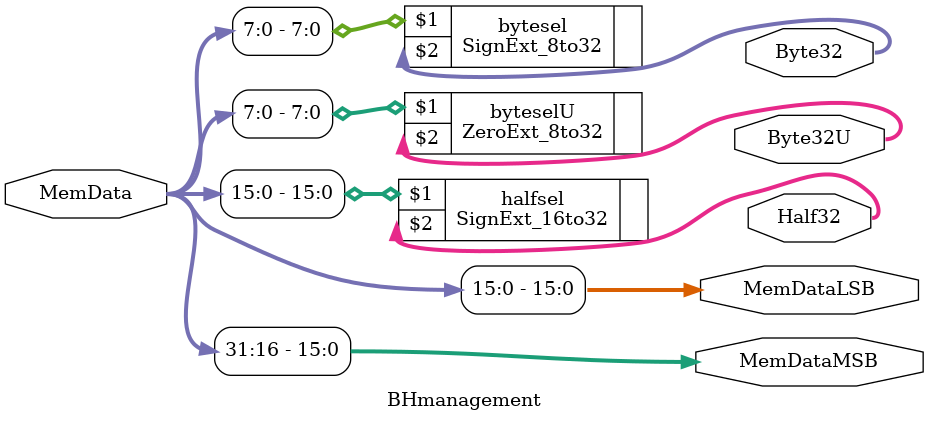
<source format=v>
`include "ExtendsAndShifts/SignExt_16to32.v"
`include "ExtendsAndShifts/SignExt_8to32.v"
`include "ExtendsAndShifts/ZeroExt_8to32.v"

module BHmanagement(
    input [31:0] MemData,
    output [15:0] MemDataMSB, MemDataLSB,
    output [31:0] Half32, Byte32, Byte32U
);
    assign MemDataMSB = MemData[31:16];
    assign MemDataLSB = MemData[15:0];

    SignExt_16to32 halfsel(MemData[15:0], Half32);
    SignExt_8to32 bytesel(MemData[7:0], Byte32);
    ZeroExt_8to32 byteselU(MemData[7:0], Byte32U);

endmodule
</source>
